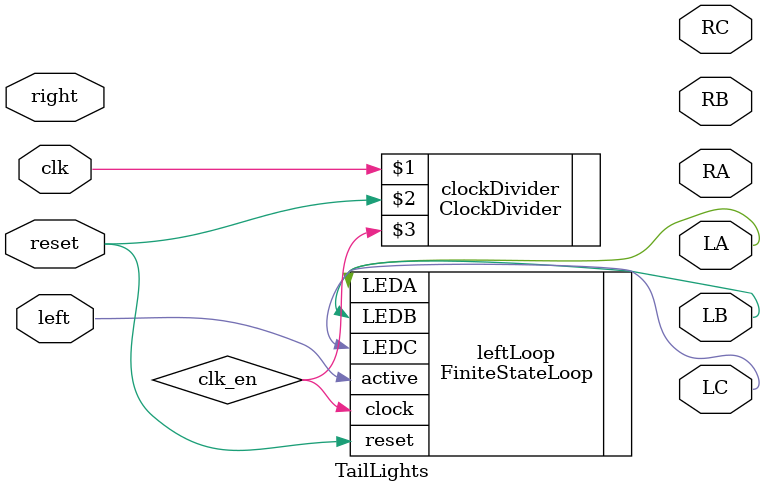
<source format=v>
module TailLights(
    input clk, reset, left, right,
    output LA, LB, LC, RA, RB, RC
    );
    
    wire clk_en;
    
    ClockDivider clockDivider (clk, reset, clk_en);
    
    FiniteStateLoop leftLoop (.clock(clk_en), .reset(reset), .active(left), .LEDA(LA), .LEDB(LB), .LEDC(LC));
    //FiniteStateLoop rightLoop (clk_en, reset, right, RA, RB, RC);
    
endmodule
</source>
